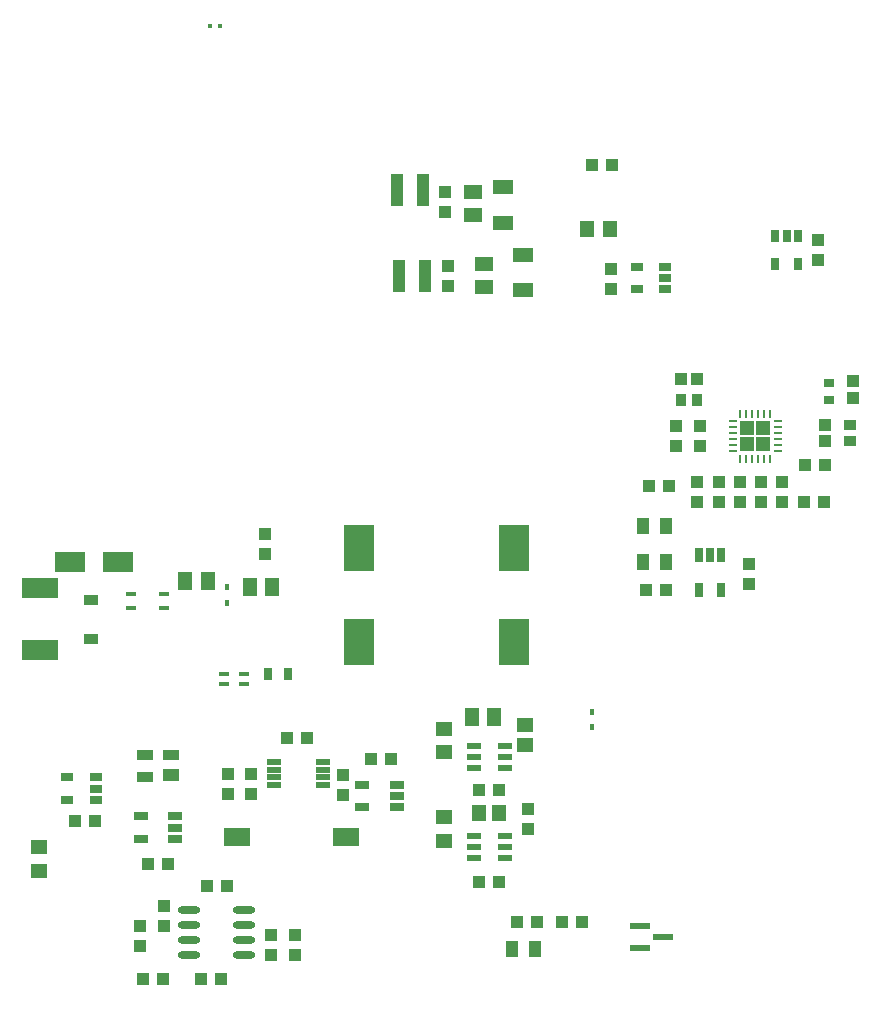
<source format=gbr>
%TF.GenerationSoftware,Altium Limited,Altium Designer,20.0.11 (256)*%
G04 Layer_Color=8421504*
%FSLAX26Y26*%
%MOIN*%
%TF.FileFunction,Paste,Top*%
%TF.Part,Single*%
G01*
G75*
%TA.AperFunction,SMDPad,CuDef*%
%ADD10R,0.015748X0.018898*%
%ADD11R,0.085827X0.062992*%
%ADD12R,0.086614X0.062992*%
%ADD13R,0.051181X0.059055*%
%ADD14R,0.057087X0.047244*%
G04:AMPARAMS|DCode=15|XSize=17.716mil|YSize=49.213mil|CornerRadius=1.949mil|HoleSize=0mil|Usage=FLASHONLY|Rotation=270.000|XOffset=0mil|YOffset=0mil|HoleType=Round|Shape=RoundedRectangle|*
%AMROUNDEDRECTD15*
21,1,0.017716,0.045315,0,0,270.0*
21,1,0.013819,0.049213,0,0,270.0*
1,1,0.003898,-0.022657,-0.006910*
1,1,0.003898,-0.022657,0.006910*
1,1,0.003898,0.022657,0.006910*
1,1,0.003898,0.022657,-0.006910*
%
%ADD15ROUNDEDRECTD15*%
%ADD16R,0.048032X0.024409*%
%ADD17R,0.059055X0.051181*%
%ADD18R,0.043000X0.039000*%
%ADD19R,0.039370X0.043307*%
G04:AMPARAMS|DCode=20|XSize=9.842mil|YSize=23.622mil|CornerRadius=1.968mil|HoleSize=0mil|Usage=FLASHONLY|Rotation=180.000|XOffset=0mil|YOffset=0mil|HoleType=Round|Shape=RoundedRectangle|*
%AMROUNDEDRECTD20*
21,1,0.009842,0.019685,0,0,180.0*
21,1,0.005906,0.023622,0,0,180.0*
1,1,0.003937,-0.002953,0.009842*
1,1,0.003937,0.002953,0.009842*
1,1,0.003937,0.002953,-0.009842*
1,1,0.003937,-0.002953,-0.009842*
%
%ADD20ROUNDEDRECTD20*%
G04:AMPARAMS|DCode=21|XSize=9.842mil|YSize=23.622mil|CornerRadius=1.968mil|HoleSize=0mil|Usage=FLASHONLY|Rotation=270.000|XOffset=0mil|YOffset=0mil|HoleType=Round|Shape=RoundedRectangle|*
%AMROUNDEDRECTD21*
21,1,0.009842,0.019685,0,0,270.0*
21,1,0.005906,0.023622,0,0,270.0*
1,1,0.003937,-0.009842,-0.002953*
1,1,0.003937,-0.009842,0.002953*
1,1,0.003937,0.009842,0.002953*
1,1,0.003937,0.009842,-0.002953*
%
%ADD21ROUNDEDRECTD21*%
%ADD23R,0.098425X0.066929*%
%ADD24R,0.048032X0.035827*%
%ADD25R,0.124016X0.070079*%
%ADD26R,0.035433X0.015748*%
%ADD27R,0.035433X0.027559*%
%ADD28R,0.035433X0.039370*%
%ADD29R,0.070866X0.045276*%
%ADD30R,0.098425X0.157480*%
%ADD31R,0.055118X0.035433*%
%ADD32R,0.055118X0.043307*%
%ADD33R,0.039370X0.106299*%
%ADD34R,0.066929X0.023622*%
%ADD35R,0.039370X0.043307*%
%ADD36R,0.039764X0.057874*%
%ADD37R,0.012795X0.015748*%
%ADD38R,0.047244X0.057087*%
%ADD39R,0.039000X0.043000*%
%ADD40O,0.074803X0.023622*%
%ADD41R,0.027559X0.039370*%
%ADD42R,0.035433X0.015748*%
G04:AMPARAMS|DCode=43|XSize=25.591mil|YSize=47.244mil|CornerRadius=1.919mil|HoleSize=0mil|Usage=FLASHONLY|Rotation=270.000|XOffset=0mil|YOffset=0mil|HoleType=Round|Shape=RoundedRectangle|*
%AMROUNDEDRECTD43*
21,1,0.025591,0.043406,0,0,270.0*
21,1,0.021752,0.047244,0,0,270.0*
1,1,0.003839,-0.021703,-0.010876*
1,1,0.003839,-0.021703,0.010876*
1,1,0.003839,0.021703,0.010876*
1,1,0.003839,0.021703,-0.010876*
%
%ADD43ROUNDEDRECTD43*%
%ADD45R,0.027559X0.039370*%
%ADD46R,0.043307X0.039370*%
%ADD47R,0.039370X0.027559*%
G04:AMPARAMS|DCode=48|XSize=25.591mil|YSize=47.244mil|CornerRadius=1.919mil|HoleSize=0mil|Usage=FLASHONLY|Rotation=0.000|XOffset=0mil|YOffset=0mil|HoleType=Round|Shape=RoundedRectangle|*
%AMROUNDEDRECTD48*
21,1,0.025591,0.043406,0,0,0.0*
21,1,0.021752,0.047244,0,0,0.0*
1,1,0.003839,0.010876,-0.021703*
1,1,0.003839,-0.010876,-0.021703*
1,1,0.003839,-0.010876,0.021703*
1,1,0.003839,0.010876,0.021703*
%
%ADD48ROUNDEDRECTD48*%
%ADD49R,0.043307X0.039370*%
%ADD50R,0.039370X0.035433*%
%TA.AperFunction,NonConductor*%
%ADD118R,0.045197X0.045197*%
D10*
X885000Y1355138D02*
D03*
Y1407106D02*
D03*
X2100000Y990984D02*
D03*
Y939016D02*
D03*
D11*
X1280906Y575000D02*
D03*
D12*
X919095D02*
D03*
D13*
X1034803Y1408622D02*
D03*
X960000D02*
D03*
X1775866Y975000D02*
D03*
X1701063D02*
D03*
X819803Y1425748D02*
D03*
X745000D02*
D03*
D14*
X1878465Y948465D02*
D03*
Y881535D02*
D03*
X1608465Y639370D02*
D03*
Y560630D02*
D03*
Y934370D02*
D03*
Y855630D02*
D03*
X257599Y539370D02*
D03*
Y460630D02*
D03*
D15*
X1205158Y797795D02*
D03*
Y823386D02*
D03*
Y746614D02*
D03*
Y772205D02*
D03*
X1041772Y823386D02*
D03*
Y772205D02*
D03*
Y797795D02*
D03*
Y746614D02*
D03*
D16*
X1810039Y877402D02*
D03*
Y840000D02*
D03*
Y802598D02*
D03*
X1706890Y840000D02*
D03*
Y877402D02*
D03*
Y802598D02*
D03*
X1810039Y502598D02*
D03*
Y540000D02*
D03*
Y577402D02*
D03*
X1706890D02*
D03*
Y540000D02*
D03*
Y502598D02*
D03*
D17*
X1705000Y2722402D02*
D03*
Y2647599D02*
D03*
X1740000Y2482402D02*
D03*
Y2407599D02*
D03*
D18*
X2878500Y1815000D02*
D03*
X2811500D02*
D03*
X863779Y100000D02*
D03*
X796850D02*
D03*
X605000D02*
D03*
X671929D02*
D03*
X2806535Y1691535D02*
D03*
X2873465D02*
D03*
X2291535Y1745000D02*
D03*
X2358465D02*
D03*
X2001535Y290000D02*
D03*
X2068465D02*
D03*
X2279879Y1396929D02*
D03*
X2346808D02*
D03*
X1917465Y290000D02*
D03*
X1850535D02*
D03*
X2168246Y2815000D02*
D03*
X2101317D02*
D03*
D19*
X2452559Y2100000D02*
D03*
X2397441D02*
D03*
D20*
X2694213Y1984803D02*
D03*
X2654843D02*
D03*
X2674528D02*
D03*
X2635157D02*
D03*
X2694213Y1835197D02*
D03*
X2654843D02*
D03*
X2674528D02*
D03*
X2635157D02*
D03*
X2615472Y1984803D02*
D03*
X2595787D02*
D03*
Y1835197D02*
D03*
X2615472D02*
D03*
D21*
X2719803Y1959213D02*
D03*
Y1919842D02*
D03*
Y1900158D02*
D03*
Y1939528D02*
D03*
Y1880472D02*
D03*
Y1860787D02*
D03*
X2570197Y1959213D02*
D03*
Y1919842D02*
D03*
Y1900158D02*
D03*
Y1939528D02*
D03*
Y1880472D02*
D03*
Y1860787D02*
D03*
D23*
X520315Y1488740D02*
D03*
X362835D02*
D03*
D24*
X433000Y1363370D02*
D03*
Y1234630D02*
D03*
D25*
X260000Y1402953D02*
D03*
Y1197047D02*
D03*
D26*
X675118Y1382638D02*
D03*
Y1337362D02*
D03*
X564882Y1382638D02*
D03*
Y1337362D02*
D03*
D27*
X2890000Y2086437D02*
D03*
Y2031319D02*
D03*
D28*
X2450590Y2030000D02*
D03*
X2399409D02*
D03*
D29*
X1870000Y2514055D02*
D03*
Y2395945D02*
D03*
X1805000Y2620945D02*
D03*
Y2739055D02*
D03*
D30*
X1840000Y1537480D02*
D03*
Y1222520D02*
D03*
X1325000Y1537480D02*
D03*
Y1222520D02*
D03*
D31*
X697307Y848402D02*
D03*
X610693D02*
D03*
Y773598D02*
D03*
D32*
X697307Y781472D02*
D03*
D33*
X1543307Y2445000D02*
D03*
X1456693D02*
D03*
X1538307Y2730000D02*
D03*
X1451693D02*
D03*
D34*
X2339370Y240000D02*
D03*
X2260630Y202599D02*
D03*
Y277402D02*
D03*
D35*
X2165000Y2468465D02*
D03*
Y2401535D02*
D03*
X2855000Y2563465D02*
D03*
Y2496535D02*
D03*
X1010000Y1582480D02*
D03*
Y1515551D02*
D03*
X1610000Y2723465D02*
D03*
Y2656535D02*
D03*
X888465Y716535D02*
D03*
Y783465D02*
D03*
X2380000Y1876535D02*
D03*
Y1943465D02*
D03*
X2460000Y1876535D02*
D03*
Y1943465D02*
D03*
X2625000Y1416535D02*
D03*
Y1483465D02*
D03*
X1620000Y2478465D02*
D03*
Y2411535D02*
D03*
D36*
X2348583Y1610000D02*
D03*
X2271417D02*
D03*
X1912583Y200000D02*
D03*
X1835417D02*
D03*
X2271417Y1490000D02*
D03*
X2348583D02*
D03*
D37*
X862449Y3277000D02*
D03*
X828000D02*
D03*
D38*
X2162564Y2600000D02*
D03*
X2083824D02*
D03*
X1725000Y655000D02*
D03*
X1791929D02*
D03*
D39*
X595000Y278465D02*
D03*
Y211536D02*
D03*
X1110000Y248464D02*
D03*
Y181535D02*
D03*
X1030000Y181536D02*
D03*
Y248465D02*
D03*
X1888465Y668465D02*
D03*
Y601535D02*
D03*
X963465Y716535D02*
D03*
Y783465D02*
D03*
X2735000Y1758465D02*
D03*
Y1691535D02*
D03*
X2665157Y1758465D02*
D03*
Y1691535D02*
D03*
X2595000Y1758465D02*
D03*
Y1691535D02*
D03*
X2525000Y1758465D02*
D03*
Y1691535D02*
D03*
X1270276Y780472D02*
D03*
Y713543D02*
D03*
X2450000Y1758465D02*
D03*
Y1691535D02*
D03*
X675000Y276535D02*
D03*
Y343464D02*
D03*
D40*
X942520Y330000D02*
D03*
Y230000D02*
D03*
Y280000D02*
D03*
Y180000D02*
D03*
X757480Y330000D02*
D03*
Y280000D02*
D03*
Y230000D02*
D03*
Y180000D02*
D03*
D41*
X1086929Y1115748D02*
D03*
X1020000D02*
D03*
D42*
X941630D02*
D03*
Y1084252D02*
D03*
X874701Y1115748D02*
D03*
Y1084252D02*
D03*
D43*
X713071Y605000D02*
D03*
Y642402D02*
D03*
Y567598D02*
D03*
X596929Y642402D02*
D03*
Y567598D02*
D03*
X1335394Y672598D02*
D03*
Y747402D02*
D03*
X1451535D02*
D03*
Y710000D02*
D03*
Y672598D02*
D03*
D45*
X2787402Y2577244D02*
D03*
X2750000D02*
D03*
X2712599D02*
D03*
X2787402Y2482756D02*
D03*
X2712599D02*
D03*
D46*
X443464Y626500D02*
D03*
X376535D02*
D03*
X1725000Y730000D02*
D03*
X1791929D02*
D03*
X1725000Y425000D02*
D03*
X1791929D02*
D03*
X1365000Y835000D02*
D03*
X1431929D02*
D03*
X1085000Y905000D02*
D03*
X1151929D02*
D03*
X688465Y485000D02*
D03*
X621535D02*
D03*
X816535Y410000D02*
D03*
X883465D02*
D03*
D47*
X447244Y697321D02*
D03*
Y734723D02*
D03*
Y772124D02*
D03*
X352756Y697321D02*
D03*
Y772124D02*
D03*
X2345000Y2400000D02*
D03*
Y2437402D02*
D03*
Y2474803D02*
D03*
X2250512Y2400000D02*
D03*
Y2474803D02*
D03*
D48*
X2532402Y1396929D02*
D03*
X2457599D02*
D03*
Y1513071D02*
D03*
X2495000D02*
D03*
X2532402D02*
D03*
D49*
X2878500Y1947402D02*
D03*
Y1892284D02*
D03*
X2970000Y2092559D02*
D03*
Y2037441D02*
D03*
D50*
X2960000Y1894409D02*
D03*
Y1945591D02*
D03*
D118*
X2671535Y1936535D02*
D03*
Y1883465D02*
D03*
X2618465Y1936535D02*
D03*
Y1883465D02*
D03*
%TF.MD5,ca21d8e05e5139f69cc7084f57b96613*%
M02*

</source>
